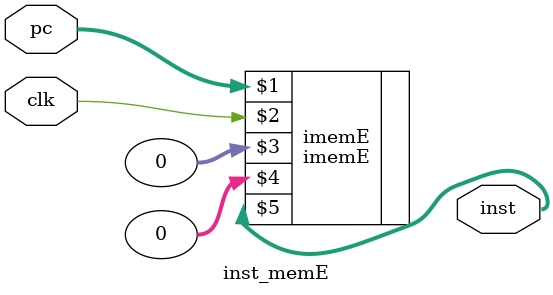
<source format=sv>
module inst_memE( input logic clk,
                 input logic [15:0]  pc,
                 output logic [15:0] inst );
   
   imemE imemE( pc, clk, 0, 0, inst );
   
endmodule

</source>
